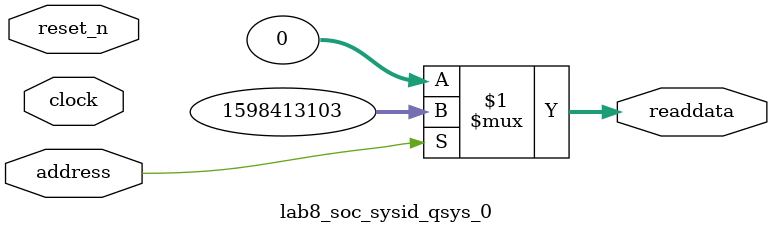
<source format=v>



// synthesis translate_off
`timescale 1ns / 1ps
// synthesis translate_on

// turn off superfluous verilog processor warnings 
// altera message_level Level1 
// altera message_off 10034 10035 10036 10037 10230 10240 10030 

module lab8_soc_sysid_qsys_0 (
               // inputs:
                address,
                clock,
                reset_n,

               // outputs:
                readdata
             )
;

  output  [ 31: 0] readdata;
  input            address;
  input            clock;
  input            reset_n;

  wire    [ 31: 0] readdata;
  //control_slave, which is an e_avalon_slave
  assign readdata = address ? 1598413103 : 0;

endmodule



</source>
